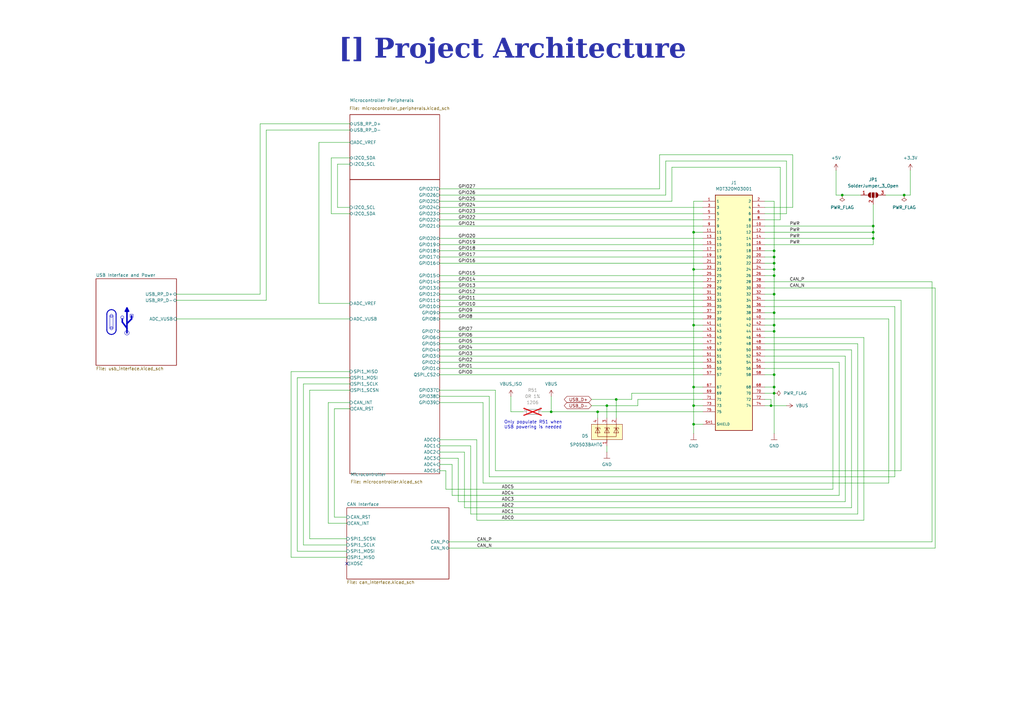
<source format=kicad_sch>
(kicad_sch (version 20250114) (generator "eeschema") (generator_version "9.0")
  (paper "A3")
  (title_block (title "Project Architecture") (date "2026-01-31") (rev "${REVISION}") (company "${COMPANY}"))
  (lib_symbols
    (symbol "DS_Connector:PCIe M.2 M-Key Card" (exclude_from_sim yes) (in_bom no)
      (property "Reference" "J" (at -7.112 53.34 0))
      (property "Value" "MDT320M03001" (at -9.398 -53.594 0))
      (symbol "PCIe M.2 M-Key Card_0_0"
        (rectangle (start -7.62 -48.26) (end 7.62 48.26) (stroke (width 0.254)) (fill (type background)))
        (pin passive line (at -12.7 45.72 0) (length 5.08) (name "1") (number "1"))
        (pin passive line (at -12.7 43.18 0) (length 5.08) (name "3") (number "3"))
        (pin passive line (at -12.7 40.64 0) (length 5.08) (name "5") (number "5"))
        (pin passive line (at -12.7 38.1 0) (length 5.08) (name "7") (number "7"))
        (pin passive line (at -12.7 35.56 0) (length 5.08) (name "9") (number "9"))
        (pin passive line (at -12.7 33.02 0) (length 5.08) (name "11") (number "11"))
        (pin passive line (at -12.7 30.48 0) (length 5.08) (name "13") (number "13"))
        (pin passive line (at -12.7 27.94 0) (length 5.08) (name "15") (number "15"))
        (pin passive line (at -12.7 25.4 0) (length 5.08) (name "17") (number "17"))
        (pin passive line (at -12.7 22.86 0) (length 5.08) (name "19") (number "19"))
        (pin passive line (at -12.7 20.32 0) (length 5.08) (name "21") (number "21"))
        (pin passive line (at -12.7 17.78 0) (length 5.08) (name "23") (number "23"))
        (pin passive line (at -12.7 15.24 0) (length 5.08) (name "25") (number "25"))
        (pin passive line (at -12.7 12.7 0) (length 5.08) (name "27") (number "27"))
        (pin passive line (at -12.7 10.16 0) (length 5.08) (name "29") (number "29"))
        (pin passive line (at -12.7 7.62 0) (length 5.08) (name "31") (number "31"))
        (pin passive line (at -12.7 5.08 0) (length 5.08) (name "33") (number "33"))
        (pin passive line (at -12.7 2.54 0) (length 5.08) (name "35") (number "35"))
        (pin passive line (at -12.7 0 0) (length 5.08) (name "37") (number "37"))
        (pin passive line (at -12.7 -2.54 0) (length 5.08) (name "39") (number "39"))
        (pin passive line (at -12.7 -5.08 0) (length 5.08) (name "41") (number "41"))
        (pin passive line (at -12.7 -7.62 0) (length 5.08) (name "43") (number "43"))
        (pin passive line (at -12.7 -10.16 0) (length 5.08) (name "45") (number "45"))
        (pin passive line (at -12.7 -12.7 0) (length 5.08) (name "47") (number "47"))
        (pin passive line (at -12.7 -15.24 0) (length 5.08) (name "49") (number "49"))
        (pin passive line (at -12.7 -17.78 0) (length 5.08) (name "51") (number "51"))
        (pin passive line (at -12.7 -20.32 0) (length 5.08) (name "53") (number "53"))
        (pin passive line (at -12.7 -22.86 0) (length 5.08) (name "55") (number "55"))
        (pin passive line (at -12.7 -25.4 0) (length 5.08) (name "57") (number "57"))
        (pin passive line (at -12.7 -30.48 0) (length 5.08) (name "67") (number "67"))
        (pin passive line (at -12.7 -33.02 0) (length 5.08) (name "69") (number "69"))
        (pin passive line (at -12.7 -35.56 0) (length 5.08) (name "71") (number "71"))
        (pin passive line (at -12.7 -38.1 0) (length 5.08) (name "73") (number "73"))
        (pin passive line (at -12.7 -40.64 0) (length 5.08) (name "75") (number "75"))
        (pin passive line (at 12.7 45.72 180) (length 5.08) (name "2") (number "2"))
        (pin passive line (at 12.7 43.18 180) (length 5.08) (name "4") (number "4"))
        (pin passive line (at 12.7 40.64 180) (length 5.08) (name "6") (number "6"))
        (pin passive line (at 12.7 38.1 180) (length 5.08) (name "8") (number "8"))
        (pin passive line (at 12.7 35.56 180) (length 5.08) (name "10") (number "10"))
        (pin passive line (at 12.7 33.02 180) (length 5.08) (name "12") (number "12"))
        (pin passive line (at 12.7 30.48 180) (length 5.08) (name "14") (number "14"))
        (pin passive line (at 12.7 27.94 180) (length 5.08) (name "16") (number "16"))
        (pin passive line (at 12.7 25.4 180) (length 5.08) (name "18") (number "18"))
        (pin passive line (at 12.7 22.86 180) (length 5.08) (name "20") (number "20"))
        (pin passive line (at 12.7 20.32 180) (length 5.08) (name "22") (number "22"))
        (pin passive line (at 12.7 17.78 180) (length 5.08) (name "24") (number "24"))
        (pin passive line (at 12.7 15.24 180) (length 5.08) (name "26") (number "26"))
        (pin passive line (at 12.7 12.7 180) (length 5.08) (name "28") (number "28"))
        (pin passive line (at 12.7 10.16 180) (length 5.08) (name "30") (number "30"))
        (pin passive line (at 12.7 7.62 180) (length 5.08) (name "32") (number "32"))
        (pin passive line (at 12.7 5.08 180) (length 5.08) (name "34") (number "34"))
        (pin passive line (at 12.7 2.54 180) (length 5.08) (name "36") (number "36"))
        (pin passive line (at 12.7 0 180) (length 5.08) (name "38") (number "38"))
        (pin passive line (at 12.7 -2.54 180) (length 5.08) (name "40") (number "40"))
        (pin passive line (at 12.7 -5.08 180) (length 5.08) (name "42") (number "42"))
        (pin passive line (at 12.7 -7.62 180) (length 5.08) (name "44") (number "44"))
        (pin passive line (at 12.7 -10.16 180) (length 5.08) (name "46") (number "46"))
        (pin passive line (at 12.7 -12.7 180) (length 5.08) (name "48") (number "48"))
        (pin passive line (at 12.7 -15.24 180) (length 5.08) (name "50") (number "50"))
        (pin passive line (at 12.7 -17.78 180) (length 5.08) (name "52") (number "52"))
        (pin passive line (at 12.7 -20.32 180) (length 5.08) (name "54") (number "54"))
        (pin passive line (at 12.7 -22.86 180) (length 5.08) (name "56") (number "56"))
        (pin passive line (at 12.7 -25.4 180) (length 5.08) (name "58") (number "58"))
        (pin passive line (at 12.7 -30.48 180) (length 5.08) (name "68") (number "68"))
        (pin passive line (at 12.7 -33.02 180) (length 5.08) (name "70") (number "70"))
        (pin passive line (at 12.7 -35.56 180) (length 5.08) (name "72") (number "72"))
        (pin passive line (at 12.7 -38.1 180) (length 5.08) (name "74") (number "74"))
      )
      (symbol "PCIe M.2 M-Key Card_1_0"
        (pin passive line (at -12.7 -45.72 0) (length 5.08) (name "SHIELD") (number "SH1"))
      )
    )
    (symbol "DS_Diode:SP0503BAHTG"
      (property "Reference" "D" (at 7.112 -0.762 0))
      (property "Value" "SP0503BAHTG" (at 6.858 -3.048 0))
      (symbol "SP0503BAHTG_0_1"
        (polyline (pts (xy -3.81 1.27) (xy -3.81 2.54) (xy -3.81 0)))
        (polyline (pts (xy -3.81 1.016) (xy -3.81 -1.016)))
        (polyline (pts (xy -3.81 0) (xy -3.81 -2.54) (xy 3.81 -2.54) (xy 3.81 0)))
        (polyline (pts (xy -2.794 1.016) (xy -4.826 1.016) (xy -4.826 0.508)))
        (polyline (pts (xy -2.794 -1.016) (xy -3.81 1.016) (xy -4.826 -1.016) (xy -2.794 -1.016)))
        (polyline (pts (xy 0 1.016) (xy 0 -1.016)))
        (polyline (pts (xy 0 0) (xy 0 2.54)))
        (polyline (pts (xy 0 -2.54) (xy 0 0)))
        (polyline (pts (xy 0 -5.08) (xy 0 -2.54)))
        (polyline (pts (xy 1.016 1.016) (xy -1.016 1.016) (xy -1.016 0.508)))
        (polyline (pts (xy 1.016 -1.016) (xy 0 1.016) (xy -1.016 -1.016) (xy 1.016 -1.016)))
        (polyline (pts (xy 3.81 1.016) (xy 3.81 -1.016)))
        (polyline (pts (xy 3.81 0) (xy 3.81 2.54)))
        (polyline (pts (xy 4.826 1.016) (xy 2.794 1.016) (xy 2.794 0.508)))
        (polyline (pts (xy 4.826 -1.016) (xy 3.81 1.016) (xy 2.794 -1.016) (xy 4.826 -1.016)))
      )
      (symbol "SP0503BAHTG_1_1"
        (rectangle (start -6.35 2.54) (end 6.35 -3.81) (fill (type color) (color 255 255 195 1)))
        (pin passive line (at -3.81 5.08 270) (length 2.54) (name "") (number "2"))
        (pin passive line (at 0 5.08 270) (length 2.54) (name "") (number "3"))
        (pin passive line (at 0 -6.35 90) (length 2.54) (name "") (number "1"))
        (pin passive line (at 3.81 5.08 270) (length 2.54) (name "") (number "4"))
      )
    )
    (symbol "DS_Resistor_1206:0R 1% 1206"
      (property "Reference" "R" (at 2.032 2.032 0))
      (property "Value" "0R 1%" (at 2.032 0 0))
      (property "FOOTPRINT_SHORT" "1206" (at 2.032 -2.032 0))
      (symbol "0R 1% 1206_0_1"
        (rectangle (start -1.016 2.54) (end 1.016 -2.54) (stroke (width 0.254)))
      )
      (symbol "0R 1% 1206_1_1"
        (pin passive line (at 0 3.81 270) (length 1.27) (name "~") (number "1"))
        (pin passive line (at 0 -3.81 90) (length 1.27) (name "~") (number "2"))
      )
    )
    (symbol "DS_Supply:GND" (power) (pin_numbers (hide yes)) (pin_names (offset 0) (hide yes))
      (property "Value" "GND" (at 0 -3.81 0))
      (symbol "GND_0_1"
        (polyline (pts (xy 0 0) (xy 0 -2.54) (xy 1.27 -2.54) (xy 0 -2.54) (xy -1.27 -2.54) (xy 0 -2.54)))
      )
      (symbol "GND_1_1"
        (pin power_in line (at 0 0 270) (length 0) (name "~") (number "1"))
      )
    )
    (symbol "Jumper:SolderJumper_3_Open" (pin_names (offset 0) (hide yes)) (in_bom no)
      (property "Reference" "JP" (at -2.54 -2.54 0))
      (property "Value" "SolderJumper_3_Open" (at 0 2.794 0))
      (symbol "SolderJumper_3_Open_0_1"
        (polyline (pts (xy -2.54 0) (xy -2.032 0)))
        (polyline (pts (xy -1.016 1.016) (xy -1.016 -1.016)))
        (arc (start -1.016 -1.016) (mid -2.0276 0) (end -1.016 1.016))
        (arc (start -1.016 -1.016) (mid -2.0276 0) (end -1.016 1.016) (fill (type outline)))
        (rectangle (start -0.508 1.016) (end 0.508 -1.016) (fill (type outline)))
        (polyline (pts (xy 0 -1.27) (xy 0 -1.016)))
        (arc (start 1.016 1.016) (mid 2.0276 0) (end 1.016 -1.016))
        (arc (start 1.016 1.016) (mid 2.0276 0) (end 1.016 -1.016) (fill (type outline)))
        (polyline (pts (xy 1.016 1.016) (xy 1.016 -1.016)))
        (polyline (pts (xy 2.54 0) (xy 2.032 0)))
      )
      (symbol "SolderJumper_3_Open_1_1"
        (pin passive line (at -5.08 0 0) (length 2.54) (name "A") (number "1"))
        (pin passive line (at 0 -3.81 90) (length 2.54) (name "C") (number "2"))
        (pin passive line (at 5.08 0 180) (length 2.54) (name "B") (number "3"))
      )
    )
    (symbol "power:+3.3V" (power) (pin_numbers (hide yes)) (pin_names (offset 0) (hide yes))
      (property "Value" "+3.3V" (at 0 3.556 0))
      (symbol "+3.3V_0_1"
        (polyline (pts (xy -0.762 1.27) (xy 0 2.54)))
        (polyline (pts (xy 0 2.54) (xy 0.762 1.27)))
        (polyline (pts (xy 0 0) (xy 0 2.54)))
      )
      (symbol "+3.3V_1_1"
        (pin power_in line (at 0 0 90) (length 0) (name "~") (number "1"))
      )
    )
    (symbol "power:+5V" (power) (pin_numbers (hide yes)) (pin_names (offset 0) (hide yes))
      (property "Value" "+5V" (at 0 3.556 0))
      (symbol "+5V_0_1"
        (polyline (pts (xy -0.762 1.27) (xy 0 2.54)))
        (polyline (pts (xy 0 2.54) (xy 0.762 1.27)))
        (polyline (pts (xy 0 0) (xy 0 2.54)))
      )
      (symbol "+5V_1_1"
        (pin power_in line (at 0 0 90) (length 0) (name "~") (number "1"))
      )
    )
    (symbol "power:PWR_FLAG" (power) (pin_numbers (hide yes)) (pin_names (offset 0) (hide yes))
      (property "Value" "PWR_FLAG" (at 0 3.81 0))
      (symbol "PWR_FLAG_0_0"
        (pin power_out line (at 0 0 90) (length 0) (name "~") (number "1"))
      )
      (symbol "PWR_FLAG_0_1"
        (polyline (pts (xy 0 0) (xy 0 1.27) (xy -1.016 1.905) (xy 0 2.54) (xy 1.016 1.905) (xy 0 1.27)))
      )
    )
    (symbol "power:VBUS" (power) (pin_numbers (hide yes)) (pin_names (offset 0) (hide yes))
      (property "Value" "VBUS" (at 0 3.556 0))
      (symbol "VBUS_0_1"
        (polyline (pts (xy -0.762 1.27) (xy 0 2.54)))
        (polyline (pts (xy 0 2.54) (xy 0.762 1.27)))
        (polyline (pts (xy 0 0) (xy 0 2.54)))
      )
      (symbol "VBUS_1_1"
        (pin power_in line (at 0 0 90) (length 0) (name "~") (number "1"))
      )
    )
  )
  (rectangle (start 53.34 128.905) (end 54.61 130.175) (fill (type color)))
  (arc (start 47.625 135.255) (mid 47.067 136.602) (end 45.72 137.16) (stroke (width 0.381)))
  (circle (center 45.72 134.62) (radius 0.635) (fill (type color)))
  (circle (center 45.72 129.54) (radius 0.635) (fill (type color)))
  (arc (start 45.72 127) (mid 47.067 127.558) (end 47.625 128.905) (stroke (width 0.381)))
  (circle (center 52.07 136.525) (radius 0.898) (fill (type color)))
  (circle (center 50.165 130.175) (radius 0.635) (fill (type color)))
  (rectangle (start 45.085 129.54) (end 46.355 134.62) (fill (type color)))
  (arc (start 45.72 137.16) (mid 44.373 136.602) (end 43.815 135.255) (stroke (width 0.381)))
  (arc (start 43.815 128.905) (mid 44.373 127.558) (end 45.72 127) (stroke (width 0.381)))
  (text "Only populate R51 when \nUSB powering is needed" (at 206.756 174.244 0) (effects (font (size 1.27 1.27)) (justify left)))
  (text_box "[${#}] ${TITLE}" (at 12.7 13.97 0) (size 394.97 12.7) (margins 5.9999 5.9999 5.9999 5.9999) (stroke (width -0.0001)) (effects (font (size 8 8) (thickness 1.2) (bold yes))))
  (junction (at 317.5 120.65))
  (junction (at 317.5 107.95))
  (junction (at 284.48 133.35))
  (junction (at 284.48 95.25))
  (junction (at 316.23 166.37))
  (junction (at 252.73 163.83))
  (junction (at 284.48 158.75))
  (junction (at 358.14 97.79))
  (junction (at 317.5 113.03))
  (junction (at 245.11 168.91))
  (junction (at 370.84 80.01))
  (junction (at 317.5 102.87))
  (junction (at 248.92 166.37))
  (junction (at 317.5 128.27))
  (junction (at 317.5 110.49))
  (junction (at 284.48 173.99))
  (junction (at 317.5 133.35))
  (junction (at 284.48 110.49))
  (junction (at 358.14 95.25))
  (junction (at 226.06 168.91))
  (junction (at 317.5 158.75))
  (junction (at 358.14 92.71))
  (junction (at 317.5 153.67))
  (junction (at 317.5 105.41))
  (junction (at 317.5 135.89))
  (junction (at 284.48 166.37))
  (junction (at 345.44 80.01))
  (junction (at 317.5 161.29))
  (no_connect (at 142.24 231.14))
  (wire (pts (xy 313.69 161.29) (xy 317.5 161.29)))
  (wire (pts (xy 143.51 157.48) (xy 124.46 157.48)))
  (wire (pts (xy 109.22 123.19) (xy 72.39 123.19)))
  (wire (pts (xy 184.15 222.25) (xy 382.27 222.25)))
  (wire (pts (xy 364.49 198.12) (xy 364.49 130.81)))
  (wire (pts (xy 143.51 64.77) (xy 135.89 64.77)))
  (wire (pts (xy 313.69 102.87) (xy 317.5 102.87)))
  (wire (pts (xy 119.38 152.4) (xy 119.38 228.6)))
  (wire (pts (xy 245.11 168.91) (xy 288.29 168.91)))
  (wire (pts (xy 119.38 228.6) (xy 142.24 228.6)))
  (wire (pts (xy 369.57 193.04) (xy 369.57 123.19)))
  (wire (pts (xy 180.34 140.97) (xy 288.29 140.97)))
  (wire (pts (xy 214.63 168.91) (xy 209.55 168.91)))
  (wire (pts (xy 345.44 80.01) (xy 342.9 80.01)))
  (wire (pts (xy 180.34 97.79) (xy 288.29 97.79)))
  (wire (pts (xy 200.66 195.58) (xy 367.03 195.58)))
  (wire (pts (xy 180.34 107.95) (xy 288.29 107.95)))
  (wire (pts (xy 180.34 162.56) (xy 200.66 162.56)))
  (wire (pts (xy 317.5 153.67) (xy 317.5 158.75)))
  (polyline (pts (xy 53.975 129.54) (xy 53.975 130.81)) (stroke (width 0.635)))
  (wire (pts (xy 369.57 123.19) (xy 313.69 123.19)))
  (polyline (pts (xy 52.07 126.365) (xy 52.705 127.635)) (stroke (width 0.635)))
  (wire (pts (xy 261.62 163.83) (xy 261.62 166.37)))
  (wire (pts (xy 313.69 163.83) (xy 316.23 163.83)))
  (wire (pts (xy 317.5 161.29) (xy 317.5 177.8)))
  (wire (pts (xy 248.92 166.37) (xy 261.62 166.37)))
  (wire (pts (xy 226.06 168.91) (xy 226.06 162.56)))
  (wire (pts (xy 180.34 82.55) (xy 275.59 82.55)))
  (wire (pts (xy 242.57 163.83) (xy 252.73 163.83)))
  (wire (pts (xy 109.22 53.34) (xy 109.22 123.19)))
  (wire (pts (xy 317.5 110.49) (xy 317.5 113.03)))
  (wire (pts (xy 273.05 80.01) (xy 273.05 66.04)))
  (wire (pts (xy 143.51 152.4) (xy 119.38 152.4)))
  (wire (pts (xy 284.48 82.55) (xy 288.29 82.55)))
  (wire (pts (xy 284.48 173.99) (xy 284.48 177.8)))
  (wire (pts (xy 180.34 80.01) (xy 273.05 80.01)))
  (wire (pts (xy 198.12 198.12) (xy 364.49 198.12)))
  (wire (pts (xy 190.5 185.42) (xy 190.5 208.28)))
  (wire (pts (xy 317.5 120.65) (xy 317.5 128.27)))
  (wire (pts (xy 313.69 143.51) (xy 349.25 143.51)))
  (wire (pts (xy 252.73 163.83) (xy 252.73 171.45)))
  (polyline (pts (xy 52.07 126.365) (xy 52.07 136.525)) (stroke (width 0.635)))
  (wire (pts (xy 313.69 118.11) (xy 383.54 118.11)))
  (wire (pts (xy 284.48 110.49) (xy 288.29 110.49)))
  (wire (pts (xy 313.69 148.59) (xy 344.17 148.59)))
  (wire (pts (xy 180.34 85.09) (xy 288.29 85.09)))
  (wire (pts (xy 180.34 100.33) (xy 288.29 100.33)))
  (wire (pts (xy 284.48 95.25) (xy 288.29 95.25)))
  (wire (pts (xy 288.29 161.29) (xy 259.08 161.29)))
  (wire (pts (xy 270.51 77.47) (xy 270.51 63.5)))
  (wire (pts (xy 193.04 182.88) (xy 180.34 182.88)))
  (wire (pts (xy 284.48 110.49) (xy 284.48 133.35)))
  (wire (pts (xy 127 220.98) (xy 127 160.02)))
  (wire (pts (xy 284.48 166.37) (xy 288.29 166.37)))
  (wire (pts (xy 142.24 220.98) (xy 127 220.98)))
  (wire (pts (xy 180.34 105.41) (xy 288.29 105.41)))
  (wire (pts (xy 180.34 123.19) (xy 288.29 123.19)))
  (wire (pts (xy 313.69 146.05) (xy 346.71 146.05)))
  (wire (pts (xy 180.34 87.63) (xy 288.29 87.63)))
  (wire (pts (xy 313.69 97.79) (xy 358.14 97.79)))
  (wire (pts (xy 135.89 87.63) (xy 143.51 87.63)))
  (wire (pts (xy 273.05 66.04) (xy 322.58 66.04)))
  (polyline (pts (xy 52.07 134.62) (xy 50.165 132.08)) (stroke (width 0.635)))
  (wire (pts (xy 137.16 212.09) (xy 142.24 212.09)))
  (wire (pts (xy 313.69 115.57) (xy 382.27 115.57)))
  (wire (pts (xy 325.12 63.5) (xy 325.12 85.09)))
  (wire (pts (xy 313.69 90.17) (xy 320.04 90.17)))
  (wire (pts (xy 275.59 82.55) (xy 275.59 68.58)))
  (wire (pts (xy 180.34 135.89) (xy 288.29 135.89)))
  (wire (pts (xy 322.58 66.04) (xy 322.58 87.63)))
  (wire (pts (xy 316.23 163.83) (xy 316.23 166.37)))
  (polyline (pts (xy 47.625 128.905) (xy 47.625 135.255)) (stroke (width 0.381)))
  (wire (pts (xy 358.14 97.79) (xy 358.14 95.25)))
  (wire (pts (xy 180.34 102.87) (xy 288.29 102.87)))
  (wire (pts (xy 248.92 166.37) (xy 248.92 171.45)))
  (wire (pts (xy 193.04 210.82) (xy 193.04 182.88)))
  (wire (pts (xy 142.24 226.06) (xy 121.92 226.06)))
  (wire (pts (xy 313.69 135.89) (xy 317.5 135.89)))
  (wire (pts (xy 143.51 167.64) (xy 137.16 167.64)))
  (wire (pts (xy 190.5 208.28) (xy 349.25 208.28)))
  (wire (pts (xy 195.58 180.34) (xy 195.58 213.36)))
  (wire (pts (xy 344.17 148.59) (xy 344.17 203.2)))
  (wire (pts (xy 242.57 166.37) (xy 248.92 166.37)))
  (wire (pts (xy 284.48 133.35) (xy 284.48 158.75)))
  (wire (pts (xy 288.29 163.83) (xy 261.62 163.83)))
  (wire (pts (xy 313.69 138.43) (xy 354.33 138.43)))
  (wire (pts (xy 313.69 133.35) (xy 317.5 133.35)))
  (wire (pts (xy 313.69 151.13) (xy 341.63 151.13)))
  (wire (pts (xy 180.34 115.57) (xy 288.29 115.57)))
  (polyline (pts (xy 43.815 128.905) (xy 43.815 135.255)) (stroke (width 0.381)))
  (wire (pts (xy 313.69 120.65) (xy 317.5 120.65)))
  (wire (pts (xy 195.58 213.36) (xy 354.33 213.36)))
  (wire (pts (xy 184.15 224.79) (xy 383.54 224.79)))
  (polyline (pts (xy 51.435 127.635) (xy 52.705 127.635)) (stroke (width 0.635)))
  (wire (pts (xy 200.66 162.56) (xy 200.66 195.58)))
  (wire (pts (xy 364.49 130.81) (xy 313.69 130.81)))
  (wire (pts (xy 130.81 124.46) (xy 143.51 124.46)))
  (wire (pts (xy 180.34 125.73) (xy 288.29 125.73)))
  (wire (pts (xy 313.69 140.97) (xy 351.79 140.97)))
  (wire (pts (xy 317.5 102.87) (xy 317.5 105.41)))
  (wire (pts (xy 270.51 63.5) (xy 325.12 63.5)))
  (wire (pts (xy 180.34 113.03) (xy 288.29 113.03)))
  (wire (pts (xy 185.42 190.5) (xy 185.42 203.2)))
  (wire (pts (xy 353.06 80.01) (xy 345.44 80.01)))
  (wire (pts (xy 143.51 58.42) (xy 130.81 58.42)))
  (wire (pts (xy 341.63 151.13) (xy 341.63 200.66)))
  (wire (pts (xy 180.34 165.1) (xy 198.12 165.1)))
  (wire (pts (xy 346.71 146.05) (xy 346.71 205.74)))
  (wire (pts (xy 135.89 64.77) (xy 135.89 87.63)))
  (wire (pts (xy 180.34 118.11) (xy 288.29 118.11)))
  (wire (pts (xy 316.23 166.37) (xy 313.69 166.37)))
  (wire (pts (xy 383.54 118.11) (xy 383.54 224.79)))
  (wire (pts (xy 275.59 68.58) (xy 320.04 68.58)))
  (wire (pts (xy 259.08 161.29) (xy 259.08 163.83)))
  (wire (pts (xy 142.24 214.63) (xy 134.62 214.63)))
  (wire (pts (xy 180.34 190.5) (xy 185.42 190.5)))
  (wire (pts (xy 180.34 120.65) (xy 288.29 120.65)))
  (wire (pts (xy 284.48 158.75) (xy 284.48 166.37)))
  (wire (pts (xy 138.43 67.31) (xy 138.43 85.09)))
  (wire (pts (xy 143.51 67.31) (xy 138.43 67.31)))
  (polyline (pts (xy 52.07 132.715) (xy 53.975 130.81)) (stroke (width 0.635)))
  (wire (pts (xy 349.25 143.51) (xy 349.25 208.28)))
  (wire (pts (xy 351.79 210.82) (xy 193.04 210.82)))
  (wire (pts (xy 203.2 193.04) (xy 369.57 193.04)))
  (wire (pts (xy 351.79 140.97) (xy 351.79 210.82)))
  (wire (pts (xy 187.96 205.74) (xy 346.71 205.74)))
  (polyline (pts (xy 50.165 130.81) (xy 50.165 132.08)) (stroke (width 0.635)))
  (wire (pts (xy 358.14 95.25) (xy 358.14 92.71)))
  (wire (pts (xy 180.34 151.13) (xy 288.29 151.13)))
  (wire (pts (xy 209.55 162.56) (xy 209.55 168.91)))
  (wire (pts (xy 317.5 105.41) (xy 317.5 107.95)))
  (wire (pts (xy 284.48 166.37) (xy 284.48 173.99)))
  (wire (pts (xy 180.34 160.02) (xy 203.2 160.02)))
  (wire (pts (xy 72.39 130.81) (xy 143.51 130.81)))
  (wire (pts (xy 248.92 185.42) (xy 248.92 182.88)))
  (wire (pts (xy 245.11 168.91) (xy 245.11 171.45)))
  (wire (pts (xy 134.62 214.63) (xy 134.62 165.1)))
  (wire (pts (xy 313.69 95.25) (xy 358.14 95.25)))
  (wire (pts (xy 180.34 143.51) (xy 288.29 143.51)))
  (wire (pts (xy 121.92 154.94) (xy 143.51 154.94)))
  (wire (pts (xy 284.48 133.35) (xy 288.29 133.35)))
  (wire (pts (xy 317.5 113.03) (xy 317.5 120.65)))
  (wire (pts (xy 320.04 68.58) (xy 320.04 90.17)))
  (wire (pts (xy 367.03 195.58) (xy 367.03 125.73)))
  (wire (pts (xy 370.84 80.01) (xy 373.38 80.01)))
  (wire (pts (xy 106.68 50.8) (xy 143.51 50.8)))
  (wire (pts (xy 180.34 128.27) (xy 288.29 128.27)))
  (wire (pts (xy 313.69 82.55) (xy 317.5 82.55)))
  (wire (pts (xy 137.16 167.64) (xy 137.16 212.09)))
  (polyline (pts (xy 52.07 126.365) (xy 51.435 127.635)) (stroke (width 0.635)))
  (wire (pts (xy 138.43 85.09) (xy 143.51 85.09)))
  (wire (pts (xy 180.34 90.17) (xy 288.29 90.17)))
  (wire (pts (xy 317.5 107.95) (xy 317.5 110.49)))
  (wire (pts (xy 284.48 158.75) (xy 288.29 158.75)))
  (wire (pts (xy 185.42 203.2) (xy 344.17 203.2)))
  (wire (pts (xy 313.69 85.09) (xy 325.12 85.09)))
  (wire (pts (xy 180.34 130.81) (xy 288.29 130.81)))
  (wire (pts (xy 313.69 107.95) (xy 317.5 107.95)))
  (wire (pts (xy 284.48 95.25) (xy 284.48 110.49)))
  (wire (pts (xy 342.9 69.85) (xy 342.9 80.01)))
  (wire (pts (xy 124.46 157.48) (xy 124.46 223.52)))
  (wire (pts (xy 180.34 180.34) (xy 195.58 180.34)))
  (wire (pts (xy 106.68 120.65) (xy 106.68 50.8)))
  (wire (pts (xy 284.48 82.55) (xy 284.48 95.25)))
  (wire (pts (xy 180.34 92.71) (xy 288.29 92.71)))
  (wire (pts (xy 72.39 120.65) (xy 106.68 120.65)))
  (wire (pts (xy 322.58 166.37) (xy 316.23 166.37)))
  (wire (pts (xy 354.33 138.43) (xy 354.33 213.36)))
  (wire (pts (xy 313.69 110.49) (xy 317.5 110.49)))
  (wire (pts (xy 180.34 77.47) (xy 270.51 77.47)))
  (wire (pts (xy 313.69 113.03) (xy 317.5 113.03)))
  (wire (pts (xy 317.5 82.55) (xy 317.5 102.87)))
  (wire (pts (xy 121.92 226.06) (xy 121.92 154.94)))
  (wire (pts (xy 180.34 138.43) (xy 288.29 138.43)))
  (wire (pts (xy 317.5 128.27) (xy 317.5 133.35)))
  (wire (pts (xy 313.69 153.67) (xy 317.5 153.67)))
  (wire (pts (xy 180.34 193.04) (xy 182.88 193.04)))
  (wire (pts (xy 143.51 53.34) (xy 109.22 53.34)))
  (wire (pts (xy 130.81 58.42) (xy 130.81 124.46)))
  (wire (pts (xy 134.62 165.1) (xy 143.51 165.1)))
  (wire (pts (xy 382.27 115.57) (xy 382.27 222.25)))
  (wire (pts (xy 187.96 187.96) (xy 187.96 205.74)))
  (wire (pts (xy 313.69 92.71) (xy 358.14 92.71)))
  (wire (pts (xy 313.69 87.63) (xy 322.58 87.63)))
  (wire (pts (xy 180.34 148.59) (xy 288.29 148.59)))
  (wire (pts (xy 313.69 105.41) (xy 317.5 105.41)))
  (wire (pts (xy 373.38 69.85) (xy 373.38 80.01)))
  (wire (pts (xy 367.03 125.73) (xy 313.69 125.73)))
  (wire (pts (xy 252.73 163.83) (xy 259.08 163.83)))
  (wire (pts (xy 313.69 158.75) (xy 317.5 158.75)))
  (wire (pts (xy 182.88 200.66) (xy 341.63 200.66)))
  (wire (pts (xy 226.06 168.91) (xy 245.11 168.91)))
  (wire (pts (xy 203.2 160.02) (xy 203.2 193.04)))
  (wire (pts (xy 313.69 100.33) (xy 358.14 100.33)))
  (wire (pts (xy 358.14 100.33) (xy 358.14 97.79)))
  (wire (pts (xy 313.69 128.27) (xy 317.5 128.27)))
  (wire (pts (xy 180.34 185.42) (xy 190.5 185.42)))
  (wire (pts (xy 182.88 193.04) (xy 182.88 200.66)))
  (wire (pts (xy 180.34 187.96) (xy 187.96 187.96)))
  (wire (pts (xy 317.5 135.89) (xy 317.5 153.67)))
  (wire (pts (xy 198.12 165.1) (xy 198.12 198.12)))
  (wire (pts (xy 222.25 168.91) (xy 226.06 168.91)))
  (wire (pts (xy 284.48 173.99) (xy 288.29 173.99)))
  (wire (pts (xy 363.22 80.01) (xy 370.84 80.01)))
  (wire (pts (xy 124.46 223.52) (xy 142.24 223.52)))
  (wire (pts (xy 180.34 146.05) (xy 288.29 146.05)))
  (wire (pts (xy 317.5 133.35) (xy 317.5 135.89)))
  (wire (pts (xy 358.14 83.82) (xy 358.14 92.71)))
  (wire (pts (xy 317.5 158.75) (xy 317.5 161.29)))
  (wire (pts (xy 180.34 153.67) (xy 288.29 153.67)))
  (wire (pts (xy 127 160.02) (xy 143.51 160.02)))
  (label "GPIO22" (at 187.96 90.17 0))
  (label "GPIO27" (at 187.96 77.47 0))
  (label "GPIO9" (at 187.96 128.27 0))
  (label "ADC5" (at 205.74 200.66 0))
  (label "GPIO16" (at 187.96 107.95 0))
  (label "GPIO18" (at 187.96 102.87 0))
  (label "GPIO19" (at 187.96 100.33 0))
  (label "GPIO1" (at 187.96 151.13 0))
  (label "ADC1" (at 205.74 210.82 0))
  (label "PWR" (at 323.85 92.71 0))
  (label "GPIO10" (at 187.96 125.73 0))
  (label "GPIO24" (at 187.96 85.09 0))
  (label "CAN_N" (at 323.85 118.11 0))
  (label "PWR" (at 323.85 97.79 0))
  (label "CAN_N" (at 195.58 224.79 0))
  (label "GPIO21" (at 187.96 92.71 0))
  (label "GPIO15" (at 187.96 113.03 0))
  (label "GPIO20" (at 187.96 97.79 0))
  (label "CAN_P" (at 323.85 115.57 0))
  (label "GPIO8" (at 187.96 130.81 0))
  (label "GPIO4" (at 187.96 143.51 0))
  (label "GPIO17" (at 187.96 105.41 0))
  (label "GPIO0" (at 187.96 153.67 0))
  (label "GPIO26" (at 187.96 80.01 0))
  (label "ADC3" (at 205.74 205.74 0))
  (label "GPIO7" (at 187.96 135.89 0))
  (label "GPIO3" (at 187.96 146.05 0))
  (label "GPIO13" (at 187.96 118.11 0))
  (label "GPIO11" (at 187.96 123.19 0))
  (label "GPIO14" (at 187.96 115.57 0))
  (label "GPIO5" (at 187.96 140.97 0))
  (label "ADC2" (at 205.74 208.28 0))
  (label "ADC0" (at 205.74 213.36 0))
  (label "GPIO25" (at 187.96 82.55 0))
  (label "GPIO6" (at 187.96 138.43 0))
  (label "ADC4" (at 205.74 203.2 0))
  (label "PWR" (at 323.85 100.33 0))
  (label "CAN_P" (at 195.58 222.25 0))
  (label "GPIO23" (at 187.96 87.63 0))
  (label "GPIO12" (at 187.96 120.65 0))
  (label "GPIO2" (at 187.96 148.59 0))
  (label "PWR" (at 323.85 95.25 0))
  (global_label "USB_D+" (shape bidirectional) (at 242.57 163.83 180) (property "Intersheetrefs" "${INTERSHEET_REFS}" (effects (hide yes))))
  (global_label "USB_D-" (shape bidirectional) (at 242.57 166.37 180) (property "Intersheetrefs" "${INTERSHEET_REFS}" (effects (hide yes))))
  (symbol (lib_id "DS_Supply:GND") (at 248.92 185.42 0) (mirror y) (unit 1)
    (property "Reference" "#PWR093" (effects (hide yes)))
    (property "Value" "GND" (at 248.92 190.5 0))
    (property "Description" "Power symbol creates a global label with name \"GND\" , ground" (effects (hide yes)))
  )
  (symbol (lib_id "power:VBUS") (at 209.55 162.56 0) (unit 1)
    (property "Reference" "#PWR083" (effects (hide yes)))
    (property "Value" "VBUS_ISO" (at 209.55 157.48 0))
    (property "Description" "Power symbol creates a global label with name \"VBUS\"" (effects (hide yes)))
  )
  (symbol (lib_id "power:PWR_FLAG") (at 370.84 80.01 180) (unit 1)
    (property "Reference" "#FLG04" (effects (hide yes)))
    (property "Value" "PWR_FLAG" (at 370.84 85.09 0))
    (property "Description" "Special symbol for telling ERC where power comes from" (effects (hide yes)))
  )
  (symbol (lib_id "power:VBUS") (at 322.58 166.37 270) (mirror x) (unit 1)
    (property "Reference" "#PWR0100" (effects (hide yes)))
    (property "Value" "VBUS" (at 326.39 166.3699 90) (effects (justify left)))
    (property "Description" "Power symbol creates a global label with name \"VBUS\"" (effects (hide yes)))
  )
  (symbol (lib_id "Jumper:SolderJumper_3_Open") (at 358.14 80.01 0) (unit 1) (in_bom no)
    (property "Reference" "JP1" (at 358.14 73.66 0))
    (property "Value" "SolderJumper_3_Open" (at 358.14 76.2 0))
    (property "Footprint" "Jumper:SolderJumper-3_P1.3mm_Open_RoundedPad1.0x1.5mm" (effects (hide yes)))
    (property "Description" "Solder Jumper, 3-pole, open" (effects (hide yes)))
  )
  (symbol (lib_id "DS_Supply:GND") (at 317.5 177.8 0) (mirror y) (unit 1)
    (property "Reference" "#PWR0103" (effects (hide yes)))
    (property "Value" "GND" (at 317.5 182.88 0))
    (property "Description" "Power symbol creates a global label with name \"GND\" , ground" (effects (hide yes)))
  )
  (symbol (lib_id "DS_Resistor_1206:0R 1% 1206") (at 218.44 168.91 90) (unit 1) (in_bom no) (dnp yes)
    (property "Reference" "R51" (at 218.44 160.02 90))
    (property "Value" "0R 1%" (at 218.44 162.56 90))
    (property "Footprint" "Resistor_SMD:R_1206_3216Metric" (effects (hide yes)))
    (property "Description" "250mW Thick Film Resistors ±100ppm/℃ ±1% 30.9kΩ 1206 Chip Resistor - Surface Mount ROHS" (effects (hide yes)))
    (property "LCSC_PART" "C205296" (effects (hide yes)))
    (property "ROHS" "YES" (effects (hide yes)))
    (property "FOOTPRINT_SHORT" "1206" (at 218.44 165.1 90))
    (property "MFR" "RALEC" (effects (hide yes)))
  )
  (symbol (lib_id "DS_Diode:SP0503BAHTG") (at 248.92 176.53 0) (mirror y) (unit 1)
    (property "Reference" "D5" (at 241.3 178.816 0) (effects (justify left)))
    (property "Value" "SP0503BAHTG" (at 247.142 182.372 0) (effects (justify left)))
    (property "Footprint" "DS_Diode:SOT143" (effects (hide yes)))
    (property "Datasheet" "https://www.littelfuse.com/assetdocs/tvs-diode-array-spasp050xba-lead-freegreen-datasheet?assetguid=15a03de1-f0c6-457a-95f1-55d449fdd756" (effects (hide yes)))
    (property "Description" "10A@8/20us 14V 150W@8/20us 30pF SOT-143 ESD and Surge Protection (TVS/ESD) ROHS" (effects (hide yes)))
    (property "MPN" "SP0503BAHTG" (effects (hide yes)))
    (property "MFR" "TECH PUBLIC" (effects (hide yes)))
    (property "LCSC_PART" "C3040626" (effects (hide yes)))
    (property "ROHS" "YES" (effects (hide yes)))
  )
  (symbol (lib_id "DS_Connector:PCIe M.2 M-Key Card") (at 300.99 128.27 0) (unit 1) (exclude_from_sim yes) (in_bom no)
    (property "Reference" "J1" (at 300.99 74.93 0))
    (property "Value" "MDT320M03001" (at 300.99 77.47 0))
    (property "Footprint" "DS_Connector:M.2-M-KEY_Card_2280" (effects (hide yes)))
    (property "Datasheet" "https://cdn.amphenol-cs.com/media/wysiwyg/files/documentation/datasheet/ssio/ssio_pcie_m2.pdf" (effects (hide yes)))
    (property "Description" "67 Position Female Connector M.2 (NGFF) Mini Card Gold 0.020\" (0.50mm) Black M-Key" (effects (hide yes)))
    (property "ROHS" "YES" (effects (hide yes)))
  )
  (symbol (lib_id "power:+5V") (at 342.9 69.85 0) (unit 1)
    (property "Reference" "#PWR046" (effects (hide yes)))
    (property "Value" "+5V" (at 342.9 64.77 0))
    (property "Description" "Power symbol creates a global label with name \"+5V\"" (effects (hide yes)))
  )
  (symbol (lib_id "power:+3.3V") (at 373.38 69.85 0) (unit 1)
    (property "Reference" "#PWR050" (effects (hide yes)))
    (property "Value" "+3.3V" (at 373.38 64.77 0))
    (property "Description" "Power symbol creates a global label with name \"+3.3V\"" (effects (hide yes)))
  )
  (symbol (lib_id "DS_Supply:GND") (at 284.48 177.8 0) (mirror y) (unit 1)
    (property "Reference" "#PWR092" (effects (hide yes)))
    (property "Value" "GND" (at 284.48 182.88 0))
    (property "Description" "Power symbol creates a global label with name \"GND\" , ground" (effects (hide yes)))
  )
  (symbol (lib_id "power:VBUS") (at 226.06 162.56 0) (unit 1)
    (property "Reference" "#PWR091" (effects (hide yes)))
    (property "Value" "VBUS" (at 226.06 157.48 0))
    (property "Description" "Power symbol creates a global label with name \"VBUS\"" (effects (hide yes)))
  )
  (symbol (lib_id "power:PWR_FLAG") (at 317.5 161.29 270) (unit 1)
    (property "Reference" "#FLG07" (effects (hide yes)))
    (property "Value" "PWR_FLAG" (at 321.31 161.2899 90) (effects (justify left)))
    (property "Description" "Special symbol for telling ERC where power comes from" (effects (hide yes)))
  )
  (symbol (lib_id "power:PWR_FLAG") (at 345.44 80.01 180) (unit 1)
    (property "Reference" "#FLG03" (effects (hide yes)))
    (property "Value" "PWR_FLAG" (at 345.44 85.09 0))
    (property "Description" "Special symbol for telling ERC where power comes from" (effects (hide yes)))
  )
  (sheet (at 39.37 114.3) (size 33.02 35.56) (stroke (width 0.1524))
    (property "Sheetname" "USB Interface and Power" (at 39.37 113.5884 0) (effects (justify left bottom)))
    (property "Sheetfile" "usb_interface.kicad_sch" (at 39.37 150.4446 0) (effects (justify left top)))
    (pin "ADC_VUSB" input (at 72.39 130.81 0))
    (pin "USB_RP_D-" bidirectional (at 72.39 123.19 0))
    (pin "USB_RP_D+" bidirectional (at 72.39 120.65 0))
  )
  (sheet (at 143.51 73.66) (size 36.83 120.65) (stroke (width 0.1524))
    (property "Sheetname" "Microcontroller" (at 143.764 195.326 0) (effects (justify left bottom)))
    (property "Sheetfile" "microcontroller.kicad_sch" (at 143.764 196.85 0) (effects (justify left top)))
    (pin "GPIO25" output (at 180.34 82.55 0))
    (pin "GPIO26" output (at 180.34 80.01 0))
    (pin "GPIO27" output (at 180.34 77.47 0))
    (pin "GPIO37" output (at 180.34 160.02 0))
    (pin "GPIO38" output (at 180.34 162.56 0))
    (pin "GPIO39" output (at 180.34 165.1 0))
    (pin "ADC_VREF" input (at 143.51 124.46 180))
    (pin "ADC_VUSB" input (at 143.51 130.81 180))
    (pin "ADC0" input (at 180.34 180.34 0))
    (pin "ADC1" input (at 180.34 182.88 0))
    (pin "ADC5" input (at 180.34 193.04 0))
    (pin "ADC2" input (at 180.34 185.42 0))
    (pin "ADC3" input (at 180.34 187.96 0))
    (pin "ADC4" input (at 180.34 190.5 0))
    (pin "I2C0_SDA" bidirectional (at 143.51 87.63 180))
    (pin "I2C0_SCL" input (at 143.51 85.09 180))
    (pin "GPIO12" bidirectional (at 180.34 120.65 0))
    (pin "GPIO19" bidirectional (at 180.34 100.33 0))
    (pin "GPIO16" bidirectional (at 180.34 107.95 0))
    (pin "GPIO10" bidirectional (at 180.34 125.73 0))
    (pin "GPIO8" bidirectional (at 180.34 130.81 0))
    (pin "GPIO1" bidirectional (at 180.34 151.13 0))
    (pin "GPIO3" bidirectional (at 180.34 146.05 0))
    (pin "GPIO6" bidirectional (at 180.34 138.43 0))
    (pin "GPIO18" bidirectional (at 180.34 102.87 0))
    (pin "GPIO2" bidirectional (at 180.34 148.59 0))
    (pin "GPIO14" bidirectional (at 180.34 115.57 0))
    (pin "GPIO20" bidirectional (at 180.34 97.79 0))
    (pin "GPIO5" bidirectional (at 180.34 140.97 0))
    (pin "GPIO4" bidirectional (at 180.34 143.51 0))
    (pin "GPIO15" bidirectional (at 180.34 113.03 0))
    (pin "QSPI_CS2" bidirectional (at 180.34 153.67 0))
    (pin "GPIO17" bidirectional (at 180.34 105.41 0))
    (pin "GPIO7" bidirectional (at 180.34 135.89 0))
    (pin "GPIO9" bidirectional (at 180.34 128.27 0))
    (pin "GPIO13" bidirectional (at 180.34 118.11 0))
    (pin "GPIO11" bidirectional (at 180.34 123.19 0))
    (pin "GPIO23" bidirectional (at 180.34 87.63 0))
    (pin "GPIO22" bidirectional (at 180.34 90.17 0))
    (pin "GPIO21" bidirectional (at 180.34 92.71 0))
    (pin "GPIO24" output (at 180.34 85.09 0))
    (pin "SPI1_MISO" input (at 143.51 152.4 180))
    (pin "SPI1_MOSI" output (at 143.51 154.94 180))
    (pin "SPI1_SCLK" output (at 143.51 157.48 180))
    (pin "SPI1_SCSN" output (at 143.51 160.02 180))
    (pin "CAN_RST" output (at 143.51 167.64 180))
    (pin "CAN_INT" input (at 143.51 165.1 180))
  )
  (sheet (at 142.24 208.28) (size 41.91 29.21) (stroke (width 0.1524))
    (property "Sheetname" "CAN Interface" (at 142.24 207.5684 0) (effects (justify left bottom)))
    (property "Sheetfile" "can_interface.kicad_sch" (at 142.24 238.0746 0) (effects (justify left top)))
    (pin "SPI1_MOSI" input (at 142.24 226.06 180))
    (pin "SPI1_SCLK" input (at 142.24 223.52 180))
    (pin "SPI1_SCSN" input (at 142.24 220.98 180))
    (pin "CAN_P" bidirectional (at 184.15 222.25 0))
    (pin "XOSC" output (at 142.24 231.14 180))
    (pin "CAN_INT" output (at 142.24 214.63 180))
    (pin "CAN_N" bidirectional (at 184.15 224.79 0))
    (pin "CAN_RST" input (at 142.24 212.09 180))
    (pin "SPI1_MISO" output (at 142.24 228.6 180))
  )
  (sheet (at 143.51 46.99) (size 36.83 26.67) (stroke (width 0.1524))
    (property "Sheetname" "Microcontroller Peripherals" (at 143.51 41.91 0) (effects (justify left bottom)))
    (property "Sheetfile" "microcontroller_peripherals.kicad_sch" (at 143.256 43.688 0) (effects (justify left top)))
    (pin "I2C0_SDA" bidirectional (at 143.51 64.77 180))
    (pin "I2C0_SCL" input (at 143.51 67.31 180))
    (pin "ADC_VREF" output (at 143.51 58.42 180))
    (pin "USB_RP_D-" bidirectional (at 143.51 53.34 180))
    (pin "USB_RP_D+" bidirectional (at 143.51 50.8 180))
  )
)
</source>
